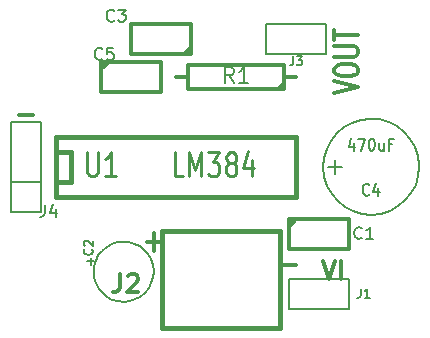
<source format=gto>
G04 (created by PCBNEW-RS274X (2011-05-25)-stable) date Thu 09 Aug 2012 06:56:50 PM EDT*
G01*
G70*
G90*
%MOIN*%
G04 Gerber Fmt 3.4, Leading zero omitted, Abs format*
%FSLAX34Y34*%
G04 APERTURE LIST*
%ADD10C,0.006000*%
%ADD11C,0.012000*%
%ADD12C,0.015000*%
%ADD13C,0.005000*%
%ADD14C,0.008000*%
%ADD15C,0.011300*%
%ADD16C,0.007500*%
G04 APERTURE END LIST*
G54D10*
G54D11*
X41772Y-26269D02*
X42229Y-26269D01*
X50522Y-31269D02*
X50979Y-31269D01*
X46022Y-30519D02*
X46479Y-30519D01*
X46250Y-30824D02*
X46250Y-30214D01*
X51907Y-31143D02*
X52107Y-31743D01*
X52307Y-31143D01*
X52507Y-31743D02*
X52507Y-31143D01*
X52274Y-25557D02*
X53074Y-25357D01*
X52274Y-25157D01*
X52274Y-24843D02*
X52274Y-24729D01*
X52312Y-24671D01*
X52388Y-24614D01*
X52540Y-24586D01*
X52807Y-24586D01*
X52960Y-24614D01*
X53036Y-24671D01*
X53074Y-24729D01*
X53074Y-24843D01*
X53036Y-24900D01*
X52960Y-24957D01*
X52807Y-24986D01*
X52540Y-24986D01*
X52388Y-24957D01*
X52312Y-24900D01*
X52274Y-24843D01*
X52274Y-24328D02*
X52921Y-24328D01*
X52998Y-24300D01*
X53036Y-24271D01*
X53074Y-24214D01*
X53074Y-24100D01*
X53036Y-24042D01*
X52998Y-24014D01*
X52921Y-23985D01*
X52274Y-23985D01*
X52274Y-23785D02*
X52274Y-23442D01*
X53074Y-23613D02*
X52274Y-23613D01*
X51000Y-25000D02*
X50600Y-25000D01*
X50600Y-25000D02*
X50600Y-25400D01*
X50600Y-25400D02*
X47400Y-25400D01*
X47400Y-25400D02*
X47400Y-24600D01*
X47400Y-24600D02*
X50600Y-24600D01*
X50600Y-24600D02*
X50600Y-25000D01*
X50600Y-25200D02*
X50400Y-25400D01*
X47000Y-25000D02*
X47400Y-25000D01*
G54D10*
X52750Y-31750D02*
X52750Y-32750D01*
X52750Y-32750D02*
X50750Y-32750D01*
X50750Y-32750D02*
X50750Y-31750D01*
X50750Y-31750D02*
X52750Y-31750D01*
X52000Y-23250D02*
X52000Y-24250D01*
X52000Y-24250D02*
X50000Y-24250D01*
X50000Y-24250D02*
X50000Y-23250D01*
X50000Y-23250D02*
X52000Y-23250D01*
G54D12*
X43000Y-27000D02*
X51000Y-27000D01*
X51000Y-29000D02*
X43000Y-29000D01*
X43000Y-29000D02*
X43000Y-27000D01*
X43000Y-27500D02*
X43500Y-27500D01*
X43500Y-27500D02*
X43500Y-28500D01*
X43500Y-28500D02*
X43000Y-28500D01*
X51000Y-27000D02*
X51000Y-29000D01*
G54D11*
X50770Y-29750D02*
X52750Y-29750D01*
X52750Y-29750D02*
X52750Y-30750D01*
X52750Y-30750D02*
X50750Y-30750D01*
X50750Y-30750D02*
X50750Y-29750D01*
X50750Y-30000D02*
X51000Y-29750D01*
X47480Y-24250D02*
X45500Y-24250D01*
X45500Y-24250D02*
X45500Y-23250D01*
X45500Y-23250D02*
X47500Y-23250D01*
X47500Y-23250D02*
X47500Y-24250D01*
X47500Y-24000D02*
X47250Y-24250D01*
X44520Y-24500D02*
X46500Y-24500D01*
X46500Y-24500D02*
X46500Y-25500D01*
X46500Y-25500D02*
X44500Y-25500D01*
X44500Y-25500D02*
X44500Y-24500D01*
X44500Y-24750D02*
X44750Y-24500D01*
G54D13*
X46251Y-31500D02*
X46231Y-31694D01*
X46175Y-31881D01*
X46083Y-32053D01*
X45960Y-32205D01*
X45809Y-32329D01*
X45637Y-32422D01*
X45451Y-32480D01*
X45256Y-32500D01*
X45063Y-32483D01*
X44876Y-32428D01*
X44702Y-32337D01*
X44550Y-32215D01*
X44425Y-32065D01*
X44330Y-31894D01*
X44271Y-31708D01*
X44250Y-31513D01*
X44266Y-31320D01*
X44320Y-31132D01*
X44409Y-30958D01*
X44530Y-30805D01*
X44679Y-30679D01*
X44850Y-30583D01*
X45036Y-30523D01*
X45230Y-30500D01*
X45423Y-30515D01*
X45611Y-30567D01*
X45786Y-30655D01*
X45940Y-30776D01*
X46067Y-30923D01*
X46164Y-31093D01*
X46226Y-31279D01*
X46250Y-31473D01*
X46251Y-31500D01*
G54D10*
X42500Y-29500D02*
X41500Y-29500D01*
X41500Y-29500D02*
X41500Y-26500D01*
X41500Y-26500D02*
X42500Y-26500D01*
X42500Y-26500D02*
X42500Y-29500D01*
X41500Y-28500D02*
X42500Y-28500D01*
G54D12*
X46516Y-33368D02*
X50453Y-33364D01*
X46520Y-30128D02*
X50453Y-30128D01*
X50453Y-33325D02*
X50453Y-30175D01*
X46516Y-33364D02*
X46516Y-30136D01*
G54D14*
X55100Y-28000D02*
X55069Y-28310D01*
X54979Y-28609D01*
X54832Y-28885D01*
X54635Y-29127D01*
X54394Y-29326D01*
X54120Y-29474D01*
X53821Y-29567D01*
X53511Y-29599D01*
X53201Y-29571D01*
X52901Y-29483D01*
X52624Y-29338D01*
X52381Y-29143D01*
X52180Y-28903D01*
X52030Y-28630D01*
X51935Y-28332D01*
X51901Y-28022D01*
X51927Y-27712D01*
X52013Y-27412D01*
X52156Y-27134D01*
X52350Y-26889D01*
X52587Y-26687D01*
X52860Y-26534D01*
X53157Y-26438D01*
X53467Y-26401D01*
X53777Y-26425D01*
X54078Y-26509D01*
X54357Y-26650D01*
X54603Y-26842D01*
X54807Y-27078D01*
X54961Y-27350D01*
X55060Y-27646D01*
X55099Y-27956D01*
X55100Y-28000D01*
X48917Y-25223D02*
X48750Y-24961D01*
X48631Y-25223D02*
X48631Y-24673D01*
X48822Y-24673D01*
X48869Y-24699D01*
X48893Y-24725D01*
X48917Y-24777D01*
X48917Y-24856D01*
X48893Y-24908D01*
X48869Y-24935D01*
X48822Y-24961D01*
X48631Y-24961D01*
X49393Y-25223D02*
X49107Y-25223D01*
X49250Y-25223D02*
X49250Y-24673D01*
X49202Y-24751D01*
X49155Y-24804D01*
X49107Y-24830D01*
G54D10*
X53150Y-32071D02*
X53150Y-32286D01*
X53136Y-32329D01*
X53107Y-32357D01*
X53064Y-32371D01*
X53036Y-32371D01*
X53451Y-32371D02*
X53279Y-32371D01*
X53365Y-32371D02*
X53365Y-32071D01*
X53336Y-32114D01*
X53308Y-32143D01*
X53279Y-32157D01*
X50900Y-24321D02*
X50900Y-24536D01*
X50886Y-24579D01*
X50857Y-24607D01*
X50814Y-24621D01*
X50786Y-24621D01*
X51015Y-24321D02*
X51201Y-24321D01*
X51101Y-24436D01*
X51143Y-24436D01*
X51172Y-24450D01*
X51186Y-24464D01*
X51201Y-24493D01*
X51201Y-24564D01*
X51186Y-24593D01*
X51172Y-24607D01*
X51143Y-24621D01*
X51058Y-24621D01*
X51029Y-24607D01*
X51015Y-24593D01*
G54D15*
X44043Y-27524D02*
X44043Y-28171D01*
X44071Y-28248D01*
X44100Y-28286D01*
X44157Y-28324D01*
X44271Y-28324D01*
X44329Y-28286D01*
X44357Y-28248D01*
X44386Y-28171D01*
X44386Y-27524D01*
X44986Y-28324D02*
X44643Y-28324D01*
X44815Y-28324D02*
X44815Y-27524D01*
X44758Y-27638D01*
X44700Y-27714D01*
X44643Y-27752D01*
X47237Y-28324D02*
X46951Y-28324D01*
X46951Y-27524D01*
X47437Y-28324D02*
X47437Y-27524D01*
X47637Y-28095D01*
X47837Y-27524D01*
X47837Y-28324D01*
X48066Y-27524D02*
X48437Y-27524D01*
X48237Y-27829D01*
X48323Y-27829D01*
X48380Y-27867D01*
X48409Y-27905D01*
X48437Y-27981D01*
X48437Y-28171D01*
X48409Y-28248D01*
X48380Y-28286D01*
X48323Y-28324D01*
X48151Y-28324D01*
X48094Y-28286D01*
X48066Y-28248D01*
X48780Y-27867D02*
X48722Y-27829D01*
X48694Y-27790D01*
X48665Y-27714D01*
X48665Y-27676D01*
X48694Y-27600D01*
X48722Y-27562D01*
X48780Y-27524D01*
X48894Y-27524D01*
X48951Y-27562D01*
X48980Y-27600D01*
X49008Y-27676D01*
X49008Y-27714D01*
X48980Y-27790D01*
X48951Y-27829D01*
X48894Y-27867D01*
X48780Y-27867D01*
X48722Y-27905D01*
X48694Y-27943D01*
X48665Y-28019D01*
X48665Y-28171D01*
X48694Y-28248D01*
X48722Y-28286D01*
X48780Y-28324D01*
X48894Y-28324D01*
X48951Y-28286D01*
X48980Y-28248D01*
X49008Y-28171D01*
X49008Y-28019D01*
X48980Y-27943D01*
X48951Y-27905D01*
X48894Y-27867D01*
X49522Y-27790D02*
X49522Y-28324D01*
X49379Y-27486D02*
X49236Y-28057D01*
X49608Y-28057D01*
G54D14*
X53184Y-30374D02*
X53165Y-30393D01*
X53108Y-30412D01*
X53070Y-30412D01*
X53012Y-30393D01*
X52974Y-30355D01*
X52955Y-30317D01*
X52936Y-30240D01*
X52936Y-30183D01*
X52955Y-30107D01*
X52974Y-30069D01*
X53012Y-30031D01*
X53070Y-30012D01*
X53108Y-30012D01*
X53165Y-30031D01*
X53184Y-30050D01*
X53565Y-30412D02*
X53336Y-30412D01*
X53450Y-30412D02*
X53450Y-30012D01*
X53412Y-30069D01*
X53374Y-30107D01*
X53336Y-30126D01*
X44934Y-23124D02*
X44915Y-23143D01*
X44858Y-23162D01*
X44820Y-23162D01*
X44762Y-23143D01*
X44724Y-23105D01*
X44705Y-23067D01*
X44686Y-22990D01*
X44686Y-22933D01*
X44705Y-22857D01*
X44724Y-22819D01*
X44762Y-22781D01*
X44820Y-22762D01*
X44858Y-22762D01*
X44915Y-22781D01*
X44934Y-22800D01*
X45067Y-22762D02*
X45315Y-22762D01*
X45181Y-22914D01*
X45239Y-22914D01*
X45277Y-22933D01*
X45296Y-22952D01*
X45315Y-22990D01*
X45315Y-23086D01*
X45296Y-23124D01*
X45277Y-23143D01*
X45239Y-23162D01*
X45124Y-23162D01*
X45086Y-23143D01*
X45067Y-23124D01*
X44534Y-24404D02*
X44515Y-24423D01*
X44458Y-24442D01*
X44420Y-24442D01*
X44362Y-24423D01*
X44324Y-24385D01*
X44305Y-24347D01*
X44286Y-24270D01*
X44286Y-24213D01*
X44305Y-24137D01*
X44324Y-24099D01*
X44362Y-24061D01*
X44420Y-24042D01*
X44458Y-24042D01*
X44515Y-24061D01*
X44534Y-24080D01*
X44896Y-24042D02*
X44705Y-24042D01*
X44686Y-24232D01*
X44705Y-24213D01*
X44743Y-24194D01*
X44839Y-24194D01*
X44877Y-24213D01*
X44896Y-24232D01*
X44915Y-24270D01*
X44915Y-24366D01*
X44896Y-24404D01*
X44877Y-24423D01*
X44839Y-24442D01*
X44743Y-24442D01*
X44705Y-24423D01*
X44686Y-24404D01*
G54D13*
X44193Y-30750D02*
X44207Y-30764D01*
X44221Y-30807D01*
X44221Y-30836D01*
X44207Y-30879D01*
X44179Y-30907D01*
X44150Y-30922D01*
X44093Y-30936D01*
X44050Y-30936D01*
X43993Y-30922D01*
X43964Y-30907D01*
X43936Y-30879D01*
X43921Y-30836D01*
X43921Y-30807D01*
X43936Y-30764D01*
X43950Y-30750D01*
X43950Y-30636D02*
X43936Y-30622D01*
X43921Y-30593D01*
X43921Y-30522D01*
X43936Y-30493D01*
X43950Y-30479D01*
X43979Y-30464D01*
X44007Y-30464D01*
X44050Y-30479D01*
X44221Y-30650D01*
X44221Y-30464D01*
G54D16*
X44036Y-31157D02*
X44265Y-31157D01*
X44151Y-31271D02*
X44151Y-31043D01*
G54D10*
X42617Y-29262D02*
X42617Y-29548D01*
X42597Y-29605D01*
X42559Y-29643D01*
X42502Y-29662D01*
X42464Y-29662D01*
X42979Y-29395D02*
X42979Y-29662D01*
X42883Y-29243D02*
X42788Y-29529D01*
X43036Y-29529D01*
G54D11*
X45135Y-31590D02*
X45135Y-32018D01*
X45107Y-32104D01*
X45050Y-32161D01*
X44964Y-32190D01*
X44907Y-32190D01*
X45392Y-31647D02*
X45421Y-31618D01*
X45478Y-31590D01*
X45621Y-31590D01*
X45678Y-31618D01*
X45707Y-31647D01*
X45735Y-31704D01*
X45735Y-31761D01*
X45707Y-31847D01*
X45364Y-32190D01*
X45735Y-32190D01*
G54D14*
X53442Y-28924D02*
X53426Y-28943D01*
X53376Y-28962D01*
X53342Y-28962D01*
X53292Y-28943D01*
X53259Y-28905D01*
X53242Y-28867D01*
X53226Y-28790D01*
X53226Y-28733D01*
X53242Y-28657D01*
X53259Y-28619D01*
X53292Y-28581D01*
X53342Y-28562D01*
X53376Y-28562D01*
X53426Y-28581D01*
X53442Y-28600D01*
X53742Y-28695D02*
X53742Y-28962D01*
X53659Y-28543D02*
X53576Y-28829D01*
X53792Y-28829D01*
X52925Y-27196D02*
X52925Y-27463D01*
X52842Y-27044D02*
X52759Y-27330D01*
X52975Y-27330D01*
X53075Y-27063D02*
X53308Y-27063D01*
X53158Y-27463D01*
X53508Y-27063D02*
X53541Y-27063D01*
X53575Y-27082D01*
X53591Y-27101D01*
X53608Y-27139D01*
X53625Y-27215D01*
X53625Y-27311D01*
X53608Y-27387D01*
X53591Y-27425D01*
X53575Y-27444D01*
X53541Y-27463D01*
X53508Y-27463D01*
X53475Y-27444D01*
X53458Y-27425D01*
X53441Y-27387D01*
X53425Y-27311D01*
X53425Y-27215D01*
X53441Y-27139D01*
X53458Y-27101D01*
X53475Y-27082D01*
X53508Y-27063D01*
X53924Y-27196D02*
X53924Y-27463D01*
X53774Y-27196D02*
X53774Y-27406D01*
X53791Y-27444D01*
X53824Y-27463D01*
X53874Y-27463D01*
X53908Y-27444D01*
X53924Y-27425D01*
X54208Y-27253D02*
X54091Y-27253D01*
X54091Y-27463D02*
X54091Y-27063D01*
X54258Y-27063D01*
X52073Y-28014D02*
X52530Y-28014D01*
X52301Y-28243D02*
X52301Y-27786D01*
M02*

</source>
